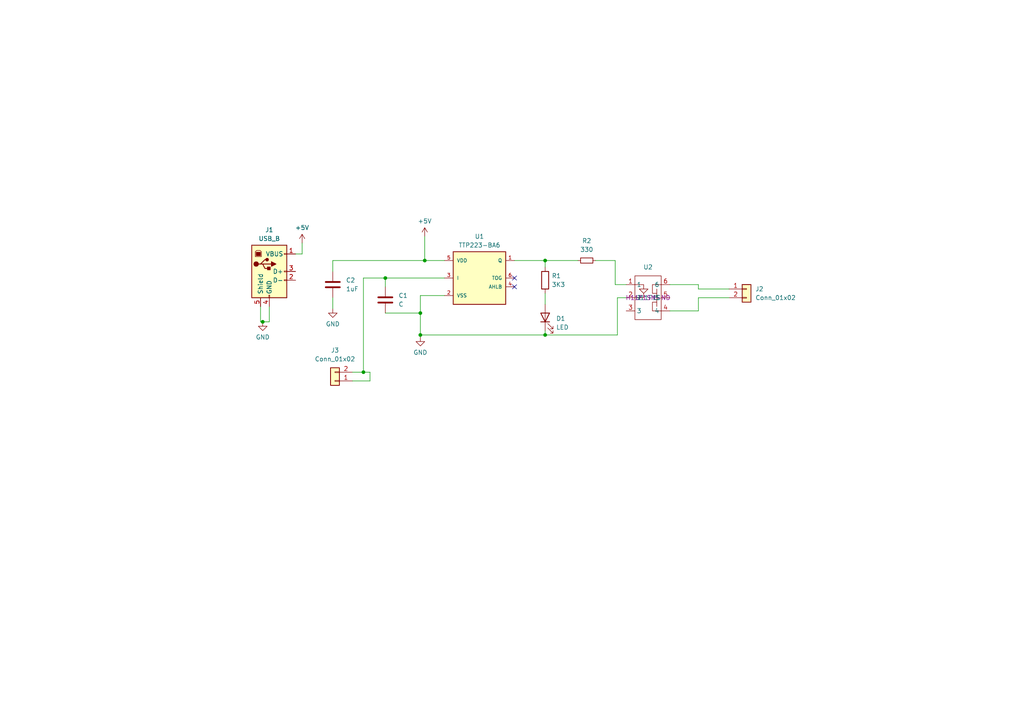
<source format=kicad_sch>
(kicad_sch (version 20230121) (generator eeschema)
  (paper "A4")
  (lib_symbols
    (symbol "C_1" (pin_numbers hide) (pin_names (offset 0.254))
      (property "Reference" "C2" (at 3.81 1.27 0))
      (property "Value" "1uF" (at 3.81 -1.27 0))
      (symbol "C_1_0_1"
        (polyline (pts (xy -2.032 -0.762) (xy 2.032 -0.762)) (stroke (width 0.508)))
        (polyline (pts (xy -2.032 0.762) (xy 2.032 0.762)) (stroke (width 0.508)))
      )
      (symbol "C_1_1_1"
        (pin passive line (at 0 3.81 270) (length 2.794) (name "~") (number "1"))
        (pin passive line (at 0 -3.81 90) (length 2.794) (name "~") (number "2"))
      )
    )
    (symbol "Connector:USB_B" (pin_names (offset 1.016))
      (property "Reference" "J1" (at 0 12.065 0))
      (property "Value" "USB_B" (at 0 9.525 0))
      (property "Supplier Part Number 1" "5405-241106-ND" (at 0 0 0))
      (symbol "USB_B_0_1"
        (rectangle (start -5.08 -7.62) (end 5.08 7.62) (stroke (width 0.254)) (fill (type background)))
        (circle (center -3.81 2.159) (radius 0.635) (stroke (width 0.254)) (fill (type outline)))
        (rectangle (start -3.81 5.588) (end -2.54 4.572) (fill (type outline)))
        (circle (center -0.635 3.429) (radius 0.381) (stroke (width 0.254)) (fill (type outline)))
        (rectangle (start -0.127 -7.62) (end 0.127 -6.858))
        (polyline (pts (xy -1.905 2.159) (xy 0.635 2.159)) (stroke (width 0.254)))
        (polyline (pts (xy -3.175 2.159) (xy -2.54 2.159) (xy -1.27 3.429) (xy -0.635 3.429)) (stroke (width 0.254)))
        (polyline (pts (xy -2.54 2.159) (xy -1.905 2.159) (xy -1.27 0.889) (xy 0 0.889)) (stroke (width 0.254)))
        (polyline (pts (xy 0.635 2.794) (xy 0.635 1.524) (xy 1.905 2.159) (xy 0.635 2.794)) (stroke (width 0.254)) (fill (type outline)))
        (polyline (pts (xy -4.064 4.318) (xy -2.286 4.318) (xy -2.286 5.715) (xy -2.667 6.096) (xy -3.683 6.096) (xy -4.064 5.715) (xy -4.064 4.318)))
        (rectangle (start 0.254 1.27) (end -0.508 0.508) (stroke (width 0.254)) (fill (type outline)))
        (rectangle (start 5.08 -2.667) (end 4.318 -2.413))
        (rectangle (start 5.08 -0.127) (end 4.318 0.127))
        (rectangle (start 5.08 4.953) (end 4.318 5.207))
      )
      (symbol "USB_B_1_1"
        (pin power_out line (at 7.62 5.08 180) (length 2.54) (name "VBUS") (number "1"))
        (pin bidirectional line (at 7.62 -2.54 180) (length 2.54) (name "D-") (number "2"))
        (pin bidirectional line (at 7.62 0 180) (length 2.54) (name "D+") (number "3"))
        (pin power_out line (at 0 -10.16 90) (length 2.54) (name "GND") (number "4"))
        (pin passive line (at -2.54 -10.16 90) (length 2.54) (name "Shield") (number "5"))
      )
    )
    (symbol "Connector_Generic:Conn_01x02" (pin_names (offset 1.016) hide)
      (property "Reference" "J" (at 0 2.54 0))
      (property "Value" "Conn_01x02" (at 0 -5.08 0))
      (symbol "Conn_01x02_1_1"
        (rectangle (start -1.27 -2.413) (end 0 -2.667) (stroke (width 0.1524)))
        (rectangle (start -1.27 0.127) (end 0 -0.127) (stroke (width 0.1524)))
        (rectangle (start -1.27 1.27) (end 1.27 -3.81) (stroke (width 0.254)) (fill (type background)))
        (pin passive line (at -5.08 0 0) (length 3.81) (name "Pin_1") (number "1"))
        (pin passive line (at -5.08 -2.54 0) (length 3.81) (name "Pin_2") (number "2"))
      )
    )
    (symbol "Device:C" (pin_numbers hide) (pin_names (offset 0.254))
      (property "Reference" "C" (at 0.635 2.54 0))
      (property "Value" "C" (at 0.635 -2.54 0))
      (symbol "C_0_1"
        (polyline (pts (xy -2.032 -0.762) (xy 2.032 -0.762)) (stroke (width 0.508)))
        (polyline (pts (xy -2.032 0.762) (xy 2.032 0.762)) (stroke (width 0.508)))
      )
      (symbol "C_1_1"
        (pin passive line (at 0 3.81 270) (length 2.794) (name "~") (number "1"))
        (pin passive line (at 0 -3.81 90) (length 2.794) (name "~") (number "2"))
      )
    )
    (symbol "Device:LED" (pin_numbers hide) (pin_names (offset 1.016) hide)
      (property "Reference" "D" (at 0 2.54 0))
      (property "Value" "LED" (at 0 -2.54 0))
      (symbol "LED_0_1"
        (polyline (pts (xy -1.27 -1.27) (xy -1.27 1.27)) (stroke (width 0.254)))
        (polyline (pts (xy -1.27 0) (xy 1.27 0)))
        (polyline (pts (xy 1.27 -1.27) (xy 1.27 1.27) (xy -1.27 0) (xy 1.27 -1.27)) (stroke (width 0.254)))
        (polyline (pts (xy -3.048 -0.762) (xy -4.572 -2.286) (xy -3.81 -2.286) (xy -4.572 -2.286) (xy -4.572 -1.524)))
        (polyline (pts (xy -1.778 -0.762) (xy -3.302 -2.286) (xy -2.54 -2.286) (xy -3.302 -2.286) (xy -3.302 -1.524)))
      )
      (symbol "LED_1_1"
        (pin passive line (at -3.81 0 0) (length 2.54) (name "K") (number "1"))
        (pin passive line (at 3.81 0 180) (length 2.54) (name "A") (number "2"))
      )
    )
    (symbol "Device:R_Small" (pin_numbers hide) (pin_names (offset 0.254) hide)
      (property "Reference" "R" (at 0.762 0.508 0))
      (property "Value" "R_Small" (at 0.762 -1.016 0))
      (symbol "R_Small_0_1"
        (rectangle (start -0.762 1.778) (end 0.762 -1.778) (stroke (width 0.2032)))
      )
      (symbol "R_Small_1_1"
        (pin passive line (at 0 2.54 270) (length 0.762) (name "~") (number "1"))
        (pin passive line (at 0 -2.54 90) (length 0.762) (name "~") (number "2"))
      )
    )
    (symbol "R_1" (pin_numbers hide) (pin_names (offset 0))
      (property "Reference" "R1" (at 1.905 1.27 0))
      (property "Value" "3K3" (at 1.905 -1.27 0))
      (property "Supplier Part Number 1" "408-1639-2-ND" (at 0 0 0))
      (symbol "R_1_0_1"
        (rectangle (start -1.016 -2.54) (end 1.016 2.54) (stroke (width 0.254)))
      )
      (symbol "R_1_1_1"
        (pin passive line (at 0 3.81 270) (length 1.27) (name "~") (number "1"))
        (pin passive line (at 0 -3.81 90) (length 1.27) (name "~") (number "2"))
      )
    )
    (symbol "TTP223-BA6:TTP223-BA6" (pin_names (offset 1.016))
      (property "Reference" "U" (at -7.62 8.128 0))
      (property "Value" "TTP223-BA6" (at -7.62 -9.906 0))
      (symbol "TTP223-BA6_0_0"
        (rectangle (start -7.62 -7.62) (end 7.62 7.62) (stroke (width 0.254)) (fill (type background)))
        (pin output line (at 10.16 5.08 180) (length 2.54) (name "Q") (number "1"))
        (pin power_in line (at -10.16 -5.08 0) (length 2.54) (name "VSS") (number "2"))
        (pin bidirectional line (at -10.16 0 0) (length 2.54) (name "I") (number "3"))
        (pin input line (at 10.16 -2.54 180) (length 2.54) (name "AHLB") (number "4"))
        (pin power_in line (at -10.16 5.08 0) (length 2.54) (name "VDD") (number "5"))
        (pin input line (at 10.16 0 180) (length 2.54) (name "TOG") (number "6"))
      )
    )
    (symbol "power:+5V" (power) (pin_names (offset 0))
      (property "Value" "+5V" (at 0 3.556 0))
      (symbol "+5V_0_1"
        (polyline (pts (xy -0.762 1.27) (xy 0 2.54)))
        (polyline (pts (xy 0 0) (xy 0 2.54)))
        (polyline (pts (xy 0 2.54) (xy 0.762 1.27)))
      )
      (symbol "+5V_1_1"
        (pin power_in line (at 0 0 90) (length 0) hide (name "+5V") (number "1"))
      )
    )
    (symbol "power:GND" (power) (pin_names (offset 0))
      (property "Value" "GND" (at 0 -3.81 0))
      (symbol "GND_0_1"
        (polyline (pts (xy 0 0) (xy 0 -1.27) (xy 1.27 -1.27) (xy 0 -2.54) (xy -1.27 -1.27) (xy 0 -1.27)))
      )
      (symbol "GND_1_1"
        (pin power_in line (at 0 0 270) (length 0) hide (name "GND") (number "1"))
      )
    )
    (symbol "touch_switch:H11F1S"
      (property "Reference" "U" (at -3.81 7.62 0))
      (property "Supplier Part Number 1" "H11F1SM-ND" (at 0 0 0))
      (symbol "H11F1S_1_1"
        (rectangle (start -3.81 6.35) (end 3.81 -6.35))
        (polyline (pts (xy 2.54 2.54) (xy 2.54 -2.54)))
        (polyline (pts (xy -3.81 0) (xy -1.27 0) (xy -1.27 1.27)))
        (polyline (pts (xy -3.81 3.81) (xy -1.27 3.81) (xy -1.27 2.54)))
        (polyline (pts (xy -2.54 2.54) (xy 0 2.54) (xy -1.27 1.27) (xy -2.54 2.54)))
        (polyline (pts (xy 2.54 -1.27) (xy 1.27 -1.27) (xy 1.27 -3.81) (xy 3.81 -3.81)))
        (polyline (pts (xy 2.54 1.27) (xy 1.27 1.27) (xy 1.27 3.81) (xy 3.81 3.81)))
        (pin passive line (at -6.35 3.81 0) (length 2.54) (name "1") (number "1"))
        (pin passive line (at -6.35 0 0) (length 2.54) (name "2") (number "2"))
        (pin passive line (at -6.35 -3.81 0) (length 2.54) (name "3") (number "3"))
        (pin passive line (at 6.35 -3.81 180) (length 2.54) (name "4") (number "4"))
        (pin passive line (at 6.35 0 180) (length 2.54) (name "5") (number "5"))
        (pin passive line (at 6.35 3.81 180) (length 2.54) (name "6") (number "6"))
      )
    )
  )
  (junction (at 158.115 97.155))
  (junction (at 121.92 90.805))
  (junction (at 111.76 80.645))
  (junction (at 105.41 107.95))
  (junction (at 158.115 75.565))
  (junction (at 76.2 93.345))
  (junction (at 121.92 97.155))
  (junction (at 123.19 75.565))
  (no_connect (at 149.225 83.185))
  (no_connect (at 149.225 80.645))
  (wire (pts (xy 76.2 93.345) (xy 78.105 93.345)))
  (wire (pts (xy 96.52 75.565) (xy 123.19 75.565)))
  (wire (pts (xy 202.565 83.82) (xy 202.565 82.55)))
  (wire (pts (xy 75.565 93.345) (xy 76.2 93.345)))
  (wire (pts (xy 158.115 75.565) (xy 149.225 75.565)))
  (wire (pts (xy 158.115 85.09) (xy 158.115 88.265)))
  (wire (pts (xy 102.235 110.49) (xy 107.315 110.49)))
  (wire (pts (xy 178.435 75.565) (xy 178.435 82.55)))
  (wire (pts (xy 75.565 88.9) (xy 75.565 93.345)))
  (wire (pts (xy 123.19 68.58) (xy 123.19 75.565)))
  (wire (pts (xy 158.115 77.47) (xy 158.115 75.565)))
  (wire (pts (xy 202.565 82.55) (xy 194.31 82.55)))
  (wire (pts (xy 194.31 90.17) (xy 202.565 90.17)))
  (wire (pts (xy 123.19 75.565) (xy 128.905 75.565)))
  (wire (pts (xy 158.115 97.155) (xy 121.92 97.155)))
  (wire (pts (xy 96.52 86.36) (xy 96.52 89.535)))
  (wire (pts (xy 111.76 80.645) (xy 111.76 83.185)))
  (wire (pts (xy 181.61 86.36) (xy 179.07 86.36)))
  (wire (pts (xy 107.315 107.95) (xy 105.41 107.95)))
  (wire (pts (xy 158.115 95.885) (xy 158.115 97.155)))
  (wire (pts (xy 202.565 83.82) (xy 211.455 83.82)))
  (wire (pts (xy 107.315 110.49) (xy 107.315 107.95)))
  (wire (pts (xy 87.63 70.485) (xy 87.63 73.66)))
  (wire (pts (xy 78.105 93.345) (xy 78.105 88.9)))
  (wire (pts (xy 158.115 75.565) (xy 167.64 75.565)))
  (wire (pts (xy 128.905 85.725) (xy 121.92 85.725)))
  (wire (pts (xy 178.435 82.55) (xy 181.61 82.55)))
  (wire (pts (xy 202.565 86.36) (xy 211.455 86.36)))
  (wire (pts (xy 111.76 80.645) (xy 105.41 80.645)))
  (wire (pts (xy 105.41 107.95) (xy 102.235 107.95)))
  (wire (pts (xy 121.92 90.805) (xy 121.92 97.155)))
  (wire (pts (xy 121.92 97.155) (xy 121.92 97.79)))
  (wire (pts (xy 121.92 85.725) (xy 121.92 90.805)))
  (wire (pts (xy 202.565 90.17) (xy 202.565 86.36)))
  (wire (pts (xy 128.905 80.645) (xy 111.76 80.645)))
  (wire (pts (xy 111.76 90.805) (xy 121.92 90.805)))
  (wire (pts (xy 85.725 73.66) (xy 87.63 73.66)))
  (wire (pts (xy 179.07 97.155) (xy 158.115 97.155)))
  (wire (pts (xy 172.72 75.565) (xy 178.435 75.565)))
  (wire (pts (xy 96.52 78.74) (xy 96.52 75.565)))
  (wire (pts (xy 179.07 86.36) (xy 179.07 97.155)))
  (wire (pts (xy 105.41 80.645) (xy 105.41 107.95)))
  (symbol (lib_id "touch_switch:H11F1S") (at 187.96 86.36 0) (unit 1)
    (property "Reference" "U2" (at 187.96 77.47 0))
    (property "Value" "H11F1S" (at 187.96 86.36 0))
    (property "Footprint" "H11F1SM:OPTOCOUPLER_H11F3SR2M" (effects hide))
    (property "Supplier Part Number 1" "H11F1SM-ND" (at 187.96 86.36 0))
  )
  (symbol (lib_id "power:GND") (at 121.92 97.79 0) (unit 1)
    (property "Reference" "#PWR02" (effects hide))
    (property "Value" "GND" (at 121.92 102.235 0))
  )
  (symbol (lib_id "power:GND") (at 76.2 93.345 0) (unit 1)
    (property "Reference" "#PWR03" (effects hide))
    (property "Value" "GND" (at 76.2 97.79 0))
  )
  (symbol (lib_id "Device:R_Small") (at 170.18 75.565 90) (unit 1)
    (property "Reference" "R2" (at 170.18 69.85 90))
    (property "Value" "330" (at 170.18 72.39 90))
    (property "Footprint" "Resistor_SMD:R_0805_2012Metric" (effects hide))
    (property "Supplier Part Number 1" "CR0805-JW-331ELFTR-ND" (effects hide))
  )
  (symbol (lib_name "C_1") (lib_id "Device:C") (at 96.52 82.55 0) (unit 1)
    (property "Reference" "C2" (at 100.33 81.28 0) (effects (justify left)))
    (property "Value" "1uF" (at 100.33 83.82 0) (effects (justify left)))
    (property "Footprint" "Capacitor_SMD:C_1206_3216Metric" (effects hide))
    (property "Supplier Part Number 1" "CL31B105KBHNNNE" (effects hide))
    (property "Supplier" "Digikey" (effects hide))
  )
  (symbol (lib_id "power:GND") (at 96.52 89.535 0) (unit 1)
    (property "Reference" "#PWR05" (effects hide))
    (property "Value" "GND" (at 96.52 93.98 0))
  )
  (symbol (lib_id "TTP223-BA6:TTP223-BA6") (at 139.065 80.645 0) (unit 1)
    (property "Reference" "U1" (at 139.065 68.58 0))
    (property "Value" "TTP223-BA6" (at 139.065 71.12 0))
    (property "Footprint" "TTP223-BA6:SOT23-6" (effects hide))
    (property "MF" "tontek" (effects hide))
    (property "Description" "\n                        \n                            \n                        \n" (effects hide))
    (property "LIB" "CID" (effects hide))
    (property "Package" "None" (effects hide))
    (property "MP" "TTP223-BA6" (effects hide))
    (property "Supplier Part Number 1" "C42422127" (effects hide))
    (property "Supplier" "LCSC" (effects hide))
  )
  (symbol (lib_id "power:+5V") (at 87.63 70.485 0) (unit 1)
    (property "Reference" "#PWR04" (effects hide))
    (property "Value" "+5V" (at 87.63 66.04 0))
  )
  (symbol (lib_id "Device:C") (at 111.76 86.995 0) (unit 1)
    (property "Reference" "C1" (at 115.57 85.725 0) (effects (justify left)))
    (property "Value" "C" (at 115.57 88.265 0) (effects (justify left)))
    (property "Footprint" "Capacitor_SMD:C_0805_2012Metric" (effects hide))
  )
  (symbol (lib_id "Connector:USB_B") (at 78.105 78.74 0) (unit 1)
    (property "Reference" "J1" (at 78.105 66.675 0))
    (property "Value" "USB_B" (at 78.105 69.215 0))
    (property "Footprint" "Connector_USB:USB_B_Lumberg_2411_02_Horizontal" (effects hide))
    (property "Datasheet" " ~" (effects hide))
    (property "Supplier Part Number 1" "5405-241106-ND" (effects hide))
    (property "Supplier" "Digikey" (effects hide))
  )
  (symbol (lib_id "Connector_Generic:Conn_01x02") (at 216.535 83.82 0) (unit 1)
    (property "Reference" "J2" (at 219.075 83.82 0) (effects (justify left)))
    (property "Value" "Conn_01x02" (at 219.075 86.36 0) (effects (justify left)))
    (property "Footprint" "TerminalBlock:TerminalBlock_bornier-2_P5.08mm" (effects hide))
    (property "Supplier Part Number 1" "TB006-508-02BE" (effects hide))
    (property "Supplier" "Digikey" (effects hide))
  )
  (symbol (lib_name "R_1") (lib_id "Device:R") (at 158.115 81.28 0) (unit 1)
    (property "Reference" "R1" (at 160.02 80.01 0) (effects (justify left)))
    (property "Value" "3K3" (at 160.02 82.55 0) (effects (justify left)))
    (property "Footprint" "Resistor_SMD:R_0805_2012Metric" (effects hide))
    (property "Supplier Part Number 1" "408-1639-2-ND" (effects hide))
    (property "Supplier" "Digikey" (effects hide))
  )
  (symbol (lib_id "Connector_Generic:Conn_01x02") (at 97.155 110.49 180) (unit 1)
    (property "Reference" "J3" (at 97.155 101.6 0))
    (property "Value" "Conn_01x02" (at 97.155 104.14 0))
    (property "Footprint" "TerminalBlock:TerminalBlock_bornier-2_P5.08mm" (effects hide))
    (property "Supplier Part Number 1" "TB006-508-02BE" (effects hide))
    (property "Supplier" "Digikey" (effects hide))
  )
  (symbol (lib_id "power:+5V") (at 123.19 68.58 0) (unit 1)
    (property "Reference" "#PWR01" (effects hide))
    (property "Value" "+5V" (at 123.19 64.135 0))
  )
  (symbol (lib_id "Device:LED") (at 158.115 92.075 90) (unit 1)
    (property "Reference" "D1" (at 161.29 92.3925 90) (effects (justify right)))
    (property "Value" "LED" (at 161.29 94.9325 90) (effects (justify right)))
    (property "Footprint" "LED_SMD:LED_0805_2012Metric" (effects hide))
    (property "Supplier Part Number 1" "LG R971-KN-1-0-20-R18" (effects hide))
    (property "Supplier" "Digikey" (effects hide))
  )
)
</source>
